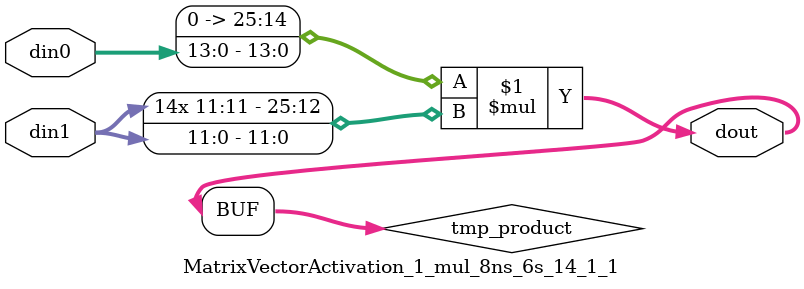
<source format=v>

`timescale 1 ns / 1 ps

  (* use_dsp = "no" *)  module MatrixVectorActivation_1_mul_8ns_6s_14_1_1(din0, din1, dout);
parameter ID = 1;
parameter NUM_STAGE = 0;
parameter din0_WIDTH = 14;
parameter din1_WIDTH = 12;
parameter dout_WIDTH = 26;

input [din0_WIDTH - 1 : 0] din0; 
input [din1_WIDTH - 1 : 0] din1; 
output [dout_WIDTH - 1 : 0] dout;

wire signed [dout_WIDTH - 1 : 0] tmp_product;











assign tmp_product = $signed({1'b0, din0}) * $signed(din1);










assign dout = tmp_product;







endmodule

</source>
